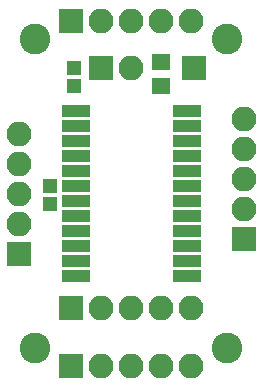
<source format=gts>
G04 #@! TF.FileFunction,Soldermask,Top*
%FSLAX46Y46*%
G04 Gerber Fmt 4.6, Leading zero omitted, Abs format (unit mm)*
G04 Created by KiCad (PCBNEW 4.0.4-stable) date 12/10/17 22:01:48*
%MOMM*%
%LPD*%
G01*
G04 APERTURE LIST*
%ADD10C,0.100000*%
%ADD11R,2.100000X2.100000*%
%ADD12O,2.100000X2.100000*%
%ADD13C,2.600000*%
%ADD14R,2.400000X1.000000*%
%ADD15R,1.650000X1.400000*%
%ADD16R,1.150000X1.200000*%
G04 APERTURE END LIST*
D10*
D11*
X9525000Y-3810000D03*
D12*
X9525000Y-1270000D03*
X9525000Y1270000D03*
X9525000Y3810000D03*
X9525000Y6350000D03*
D13*
X8128000Y-13081000D03*
X8128000Y13081000D03*
X-8128000Y13081000D03*
X-8128000Y-13081000D03*
D14*
X-4701000Y6985000D03*
X-4701000Y5715000D03*
X-4701000Y4445000D03*
X-4701000Y3175000D03*
X-4701000Y1905000D03*
X-4701000Y635000D03*
X-4701000Y-635000D03*
X-4701000Y-1905000D03*
X-4701000Y-3175000D03*
X-4701000Y-4445000D03*
X-4701000Y-5715000D03*
X-4701000Y-6985000D03*
X4699000Y-6985000D03*
X4699000Y-5715000D03*
X4699000Y-4445000D03*
X4699000Y-3175000D03*
X4699000Y-1905000D03*
X4699000Y-635000D03*
X4699000Y635000D03*
X4699000Y1905000D03*
X4699000Y3175000D03*
X4699000Y4445000D03*
X4699000Y5715000D03*
X4699000Y6985000D03*
D15*
X2540000Y11144000D03*
X2540000Y9144000D03*
D16*
X-4826000Y9168000D03*
X-4826000Y10668000D03*
X-6858000Y-865000D03*
X-6858000Y635000D03*
D11*
X-5080000Y-9652000D03*
D12*
X-2540000Y-9652000D03*
X0Y-9652000D03*
X2540000Y-9652000D03*
X5080000Y-9652000D03*
D11*
X-2540000Y10668000D03*
D12*
X0Y10668000D03*
D11*
X5334000Y10668000D03*
X-5080000Y14605000D03*
D12*
X-2540000Y14605000D03*
X0Y14605000D03*
X2540000Y14605000D03*
X5080000Y14605000D03*
D11*
X-9525000Y-5080000D03*
D12*
X-9525000Y-2540000D03*
X-9525000Y0D03*
X-9525000Y2540000D03*
X-9525000Y5080000D03*
D11*
X-5080000Y-14605000D03*
D12*
X-2540000Y-14605000D03*
X0Y-14605000D03*
X2540000Y-14605000D03*
X5080000Y-14605000D03*
M02*

</source>
